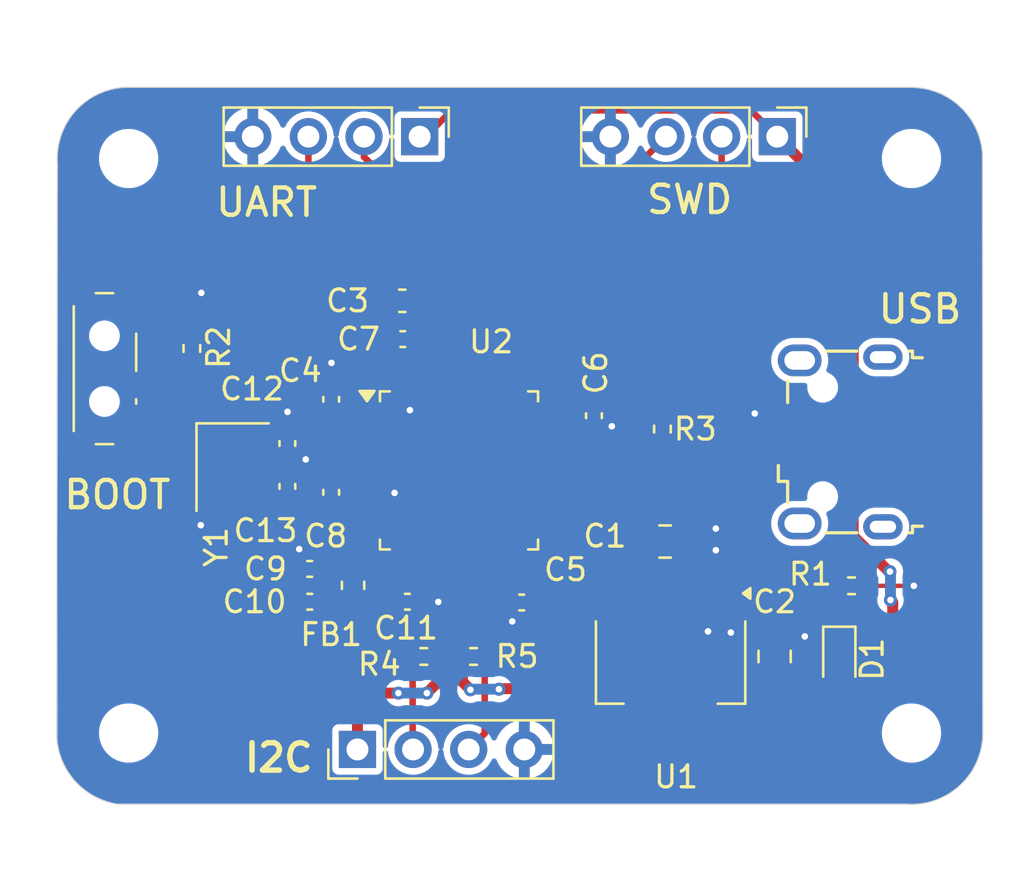
<source format=kicad_pcb>
(kicad_pcb (version 20240108) (generator "pcbnew") (generator_version "8.0")
  (layers (0 "F.Cu" signal) (31 "B.Cu" signal) (34 "B.Paste" user) (35 "F.Paste" user) (36 "B.SilkS" user "B.Silkscreen") (37 "F.SilkS" user "F.Silkscreen") (38 "B.Mask" user) (39 "F.Mask" user) (44 "Edge.Cuts" user))
  (net 0 "")
  (net 1 "VBUS")
  (net 2 "GND")
  (net 3 "+3.3VCC")
  (net 4 "+3.3VCCAnalog")
  (net 5 "/NRST")
  (net 6 "/OSCIN")
  (net 7 "/OSCOUT")
  (net 8 "/PWR_LED_K")
  (net 9 "/USB_D-")
  (net 15 "/USB_D+")
  (net 16 "/USART1_RX")
  (net 17 "/USART1_TX")
  (net 18 "/SWCLK")
  (net 19 "/SWDIO")
  (net 20 "/I2C2_SDA")
  (net 21 "/I2C2_SCL")
  (net 22 "/SW_BOOTO")
  (net 23 "/BOOTO")
  (net 27 "/PA2")
  (net 29 "/PA7")
  (net 31 "/PA0")
  (net 33 "/PA6")
  (net 34 "/PA4")
  (net 39 "/PA1")
  (net 40 "/PA5")
  (net 42 "/PA9")
  (net 46 "/PA8")
  (net 48 "/PA10")
  (net 49 "/PA15")
  (net 50 "/PA3")
  (footprint "MountingHole:MountingHole_2.2mm_M2" (layer "F.Cu") (at 139.25 105)
    (property "Reference" "H2")
    (property "Value" "MountingHole")
    (pad "" np_thru_hole circle (at 0 0) (size 2.2 2.2) (drill 2.2) (layers "*.Cu" "*.Mask"))
  )
  (footprint "Connector_PinHeader_2.54mm:PinHeader_1x04_P2.54mm_Vertical" (layer "F.Cu") (at 152.54 77.75 -90)
    (property "Reference" "J2")
    (property "Value" "Conn_01x04_Pin")
    (pad "1" thru_hole rect (at 0 0 270) (size 1.7 1.7) (drill 1) (layers "*.Cu" "*.Mask") (net 3 "+3.3VCC"))
    (pad "2" thru_hole oval (at 0 2.54 270) (size 1.7 1.7) (drill 1) (layers "*.Cu" "*.Mask") (net 17 "/USART1_TX"))
    (pad "3" thru_hole oval (at 0 5.08 270) (size 1.7 1.7) (drill 1) (layers "*.Cu" "*.Mask") (net 16 "/USART1_RX"))
    (pad "4" thru_hole oval (at 0 7.62 270) (size 1.7 1.7) (drill 1) (layers "*.Cu" "*.Mask") (net 2 "GND"))
  )
  (footprint "MountingHole:MountingHole_2.2mm_M2" (layer "F.Cu") (at 139.25 78.75)
    (property "Reference" "H4")
    (property "Value" "MountingHole")
    (pad "" np_thru_hole circle (at 0 0) (size 2.2 2.2) (drill 2.2) (layers "*.Cu" "*.Mask"))
  )
  (footprint "Resistor_SMD:R_0402_1005Metric" (layer "F.Cu") (at 163.6268 91.1098 -90)
    (property "Reference" "R3" (at 0 -1.5 180) (layer "F.SilkS"))
    (property "Value" "1k5")
    (pad "1" smd roundrect (at -0.51 0 270) (size 0.54 0.64) (layers "F.Cu" "F.Paste" "F.Mask") (net 3 "+3.3VCC"))
    (pad "2" smd roundrect (at 0.51 0 270) (size 0.54 0.64) (layers "F.Cu" "F.Paste" "F.Mask") (net 15 "/USB_D+"))
  )
  (footprint "LED_SMD:LED_0603_1608Metric" (layer "F.Cu") (at 171.704 101.6255 -90)
    (property "Reference" "D1" (at 0 -1.5 90) (layer "F.SilkS"))
    (property "Value" "RED LED")
    (pad "1" smd roundrect (at -0.7875 0 270) (size 0.875 0.95) (layers "F.Cu" "F.Paste" "F.Mask") (net 8 "/PWR_LED_K"))
    (pad "2" smd roundrect (at 0.7875 0 270) (size 0.875 0.95) (layers "F.Cu" "F.Paste" "F.Mask") (net 3 "+3.3VCC"))
  )
  (footprint "Button_Switch_SMD:SW_SPDT_PCM12" (layer "F.Cu") (at 138.475 88.35 -90)
    (property "Reference" "SW1")
    (property "Value" "SW_SPDT")
    (pad "" smd rect (at -3.65 -0.78 270) (size 1 0.8) (layers "F.Cu" "F.Paste" "F.Mask"))
    (pad "" smd rect (at -3.65 1.43 270) (size 1 0.8) (layers "F.Cu" "F.Paste" "F.Mask"))
    (pad "" np_thru_hole circle (at -1.5 0.33 270) (size 0.9 0.9) (drill 0.9) (layers "*.Cu" "*.Mask"))
    (pad "" np_thru_hole circle (at 1.5 0.33 270) (size 0.9 0.9) (drill 0.9) (layers "*.Cu" "*.Mask"))
    (pad "" smd rect (at 3.65 -0.78 270) (size 1 0.8) (layers "F.Cu" "F.Paste" "F.Mask"))
    (pad "" smd rect (at 3.65 1.43 270) (size 1 0.8) (layers "F.Cu" "F.Paste" "F.Mask"))
    (pad "1" smd rect (at -2.25 -1.43 270) (size 0.7 1.5) (layers "F.Cu" "F.Paste" "F.Mask") (net 2 "GND"))
    (pad "2" smd rect (at 0.75 -1.43 270) (size 0.7 1.5) (layers "F.Cu" "F.Paste" "F.Mask") (net 22 "/SW_BOOTO"))
    (pad "3" smd rect (at 2.25 -1.43 270) (size 0.7 1.5) (layers "F.Cu" "F.Paste" "F.Mask") (net 3 "+3.3VCC"))
  )
  (footprint "Crystal:Crystal_SMD_3225-4Pin_3.2x2.5mm" (layer "F.Cu") (at 144 92.85 -90)
    (property "Reference" "Y1" (at 3.65 0.75 90) (layer "F.SilkS"))
    (property "Value" "16MHz")
    (pad "1" smd rect (at -1.1 0.85 270) (size 1.4 1.2) (layers "F.Cu" "F.Paste" "F.Mask") (net 6 "/OSCIN"))
    (pad "2" smd rect (at 1.1 0.85 270) (size 1.4 1.2) (layers "F.Cu" "F.Paste" "F.Mask") (net 2 "GND"))
    (pad "3" smd rect (at 1.1 -0.85 270) (size 1.4 1.2) (layers "F.Cu" "F.Paste" "F.Mask") (net 7 "/OSCOUT"))
    (pad "4" smd rect (at -1.1 -0.85 270) (size 1.4 1.2) (layers "F.Cu" "F.Paste" "F.Mask") (net 2 "GND"))
  )
  (footprint "Connector_PinHeader_2.54mm:PinHeader_1x04_P2.54mm_Vertical" (layer "F.Cu") (at 168.87 77.75 -90)
    (property "Reference" "J3")
    (property "Value" "Conn_01x04_Pin")
    (pad "1" thru_hole rect (at 0 0 270) (size 1.7 1.7) (drill 1) (layers "*.Cu" "*.Mask") (net 3 "+3.3VCC"))
    (pad "2" thru_hole oval (at 0 2.54 270) (size 1.7 1.7) (drill 1) (layers "*.Cu" "*.Mask") (net 19 "/SWDIO"))
    (pad "3" thru_hole oval (at 0 5.08 270) (size 1.7 1.7) (drill 1) (layers "*.Cu" "*.Mask") (net 18 "/SWCLK"))
    (pad "4" thru_hole oval (at 0 7.62 270) (size 1.7 1.7) (drill 1) (layers "*.Cu" "*.Mask") (net 2 "GND"))
  )
  (footprint "Resistor_SMD:R_0402_1005Metric" (layer "F.Cu") (at 155 101.5 180)
    (property "Reference" "R5" (at -1.99 0 0) (layer "F.SilkS"))
    (property "Value" "1.5k")
    (pad "1" smd roundrect (at -0.51 0 180) (size 0.54 0.64) (layers "F.Cu" "F.Paste" "F.Mask") (net 20 "/I2C2_SDA"))
    (pad "2" smd roundrect (at 0.51 0 180) (size 0.54 0.64) (layers "F.Cu" "F.Paste" "F.Mask") (net 3 "+3.3VCC"))
  )
  (footprint "Connector_USB:USB_Micro-B_Wuerth_629105150521" (layer "F.Cu") (at 171.745 91.7 90)
    (property "Reference" "J1")
    (property "Value" "USB_B_Micro")
    (pad "" np_thru_hole oval (at -2.5 -0.8 90) (size 0.8 0.8) (drill 0.8) (layers "*.Cu" "*.Mask"))
    (pad "" np_thru_hole oval (at 2.5 -0.8 90) (size 0.8 0.8) (drill 0.8) (layers "*.Cu" "*.Mask"))
    (pad "1" smd rect (at -1.3 -1.9 90) (size 0.45 1.3) (layers "F.Cu" "F.Paste" "F.Mask") (net 1 "VBUS"))
    (pad "2" smd rect (at -0.65 -1.9 90) (size 0.45 1.3) (layers "F.Cu" "F.Paste" "F.Mask") (net 9 "/USB_D-"))
    (pad "3" smd rect (at 0 -1.9 90) (size 0.45 1.3) (layers "F.Cu" "F.Paste" "F.Mask") (net 15 "/USB_D+"))
    (pad "4" smd rect (at 0.65 -1.9 90) (size 0.45 1.3) (layers "F.Cu" "F.Paste" "F.Mask"))
    (pad "5" smd rect (at 1.3 -1.9 90) (size 0.45 1.3) (layers "F.Cu" "F.Paste" "F.Mask") (net 2 "GND"))
    (pad "6" thru_hole oval (at -3.875 1.95 90) (size 1.15 1.8) (drill oval 0.55 1.2) (layers "*.Cu" "*.Mask"))
    (pad "6" thru_hole oval (at -3.725 -1.85 90) (size 1.45 2) (drill oval 0.85 1.4) (layers "*.Cu" "*.Mask"))
    (pad "6" thru_hole oval (at 3.725 -1.85 90) (size 1.45 2) (drill oval 0.85 1.4) (layers "*.Cu" "*.Mask"))
    (pad "6" thru_hole oval (at 3.875 1.95 90) (size 1.15 1.8) (drill oval 0.55 1.2) (layers "*.Cu" "*.Mask"))
  )
  (footprint "Capacitor_SMD:C_0805_2012Metric" (layer "F.Cu") (at 163.75 96.25)
    (property "Reference" "C1" (at -2.75 -0.25 0) (layer "F.SilkS"))
    (property "Value" "22u")
    (pad "1" smd roundrect (at -0.95 0) (size 1 1.45) (layers "F.Cu" "F.Paste" "F.Mask") (net 1 "VBUS"))
    (pad "2" smd roundrect (at 0.95 0) (size 1 1.45) (layers "F.Cu" "F.Paste" "F.Mask") (net 2 "GND"))
  )
  (footprint "Capacitor_SMD:C_0402_1005Metric" (layer "F.Cu") (at 151.98 99)
    (property "Reference" "C11" (at -0.0626 1.203 0) (layer "F.SilkS"))
    (property "Value" "100n")
    (pad "1" smd roundrect (at -0.48 0) (size 0.56 0.62) (layers "F.Cu" "F.Paste" "F.Mask") (net 5 "/NRST"))
    (pad "2" smd roundrect (at 0.48 0) (size 0.56 0.62) (layers "F.Cu" "F.Paste" "F.Mask") (net 2 "GND"))
  )
  (footprint "Connector_PinHeader_2.54mm:PinHeader_1x04_P2.54mm_Vertical" (layer "F.Cu") (at 149.7 105.75 90)
    (property "Reference" "J4")
    (property "Value" "Conn_01x04_Pin")
    (pad "1" thru_hole rect (at 0 0 90) (size 1.7 1.7) (drill 1) (layers "*.Cu" "*.Mask") (net 3 "+3.3VCC"))
    (pad "2" thru_hole oval (at 0 2.54 90) (size 1.7 1.7) (drill 1) (layers "*.Cu" "*.Mask") (net 21 "/I2C2_SCL"))
    (pad "3" thru_hole oval (at 0 5.08 90) (size 1.7 1.7) (drill 1) (layers "*.Cu" "*.Mask") (net 20 "/I2C2_SDA"))
    (pad "4" thru_hole oval (at 0 7.62 90) (size 1.7 1.7) (drill 1) (layers "*.Cu" "*.Mask") (net 2 "GND"))
  )
  (footprint "Capacitor_SMD:C_0402_1005Metric" (layer "F.Cu") (at 157.2006 99.0346 180)
    (property "Reference" "C5" (at -2 1.5 0) (layer "F.SilkS"))
    (property "Value" "100n")
    (pad "1" smd roundrect (at -0.48 0 180) (size 0.56 0.62) (layers "F.Cu" "F.Paste" "F.Mask") (net 3 "+3.3VCC"))
    (pad "2" smd roundrect (at 0.48 0 180) (size 0.56 0.62) (layers "F.Cu" "F.Paste" "F.Mask") (net 2 "GND"))
  )
  (footprint "Resistor_SMD:R_0402_1005Metric" (layer "F.Cu") (at 172.2628 98.2726 180)
    (property "Reference" "R1" (at 1.8796 0.5334 0) (layer "F.SilkS"))
    (property "Value" "1.5k")
    (pad "1" smd roundrect (at -0.51 0 180) (size 0.54 0.64) (layers "F.Cu" "F.Paste" "F.Mask") (net 2 "GND"))
    (pad "2" smd roundrect (at 0.51 0 180) (size 0.54 0.64) (layers "F.Cu" "F.Paste" "F.Mask") (net 8 "/PWR_LED_K"))
  )
  (footprint "Package_TO_SOT_SMD:SOT-223-3_TabPin2" (layer "F.Cu") (at 164 101.75 -90)
    (property "Reference" "U1" (at 5.25 -0.25 180) (layer "F.SilkS"))
    (property "Value" "AMS1117-3.3")
    (pad "1" smd roundrect (at -3.15 -2.3 270) (size 2 1.5) (layers "F.Cu" "F.Paste" "F.Mask") (net 2 "GND"))
    (pad "2" smd roundrect (at -3.15 0 270) (size 2 1.5) (layers "F.Cu" "F.Paste" "F.Mask") (net 3 "+3.3VCC"))
    (pad "2" smd roundrect (at 3.15 0 270) (size 2 3.8) (layers "F.Cu" "F.Paste" "F.Mask") (net 3 "+3.3VCC"))
    (pad "3" smd roundrect (at -3.15 2.3 270) (size 2 1.5) (layers "F.Cu" "F.Paste" "F.Mask") (net 1 "VBUS"))
  )
  (footprint "Capacitor_SMD:C_0402_1005Metric" (layer "F.Cu") (at 146.5 91.77 90)
    (property "Reference" "C12" (at 2.489 -1.6184 180) (layer "F.SilkS"))
    (property "Value" "10p")
    (pad "1" smd roundrect (at -0.48 0 90) (size 0.56 0.62) (layers "F.Cu" "F.Paste" "F.Mask") (net 6 "/OSCIN"))
    (pad "2" smd roundrect (at 0.48 0 90) (size 0.56 0.62) (layers "F.Cu" "F.Paste" "F.Mask") (net 2 "GND"))
  )
  (footprint "MountingHole:MountingHole_2.2mm_M2" (layer "F.Cu") (at 175 78.75)
    (property "Reference" "H3")
    (property "Value" "MountingHole")
    (pad "" np_thru_hole circle (at 0 0) (size 2.2 2.2) (drill 2.2) (layers "*.Cu" "*.Mask"))
  )
  (footprint "Capacitor_SMD:C_0402_1005Metric" (layer "F.Cu") (at 147.52 97.5 180)
    (property "Reference" "C9" (at 2.02 0 0) (layer "F.SilkS"))
    (property "Value" "1u")
    (pad "1" smd roundrect (at -0.48 0 180) (size 0.56 0.62) (layers "F.Cu" "F.Paste" "F.Mask") (net 4 "+3.3VCCAnalog"))
    (pad "2" smd roundrect (at 0.48 0 180) (size 0.56 0.62) (layers "F.Cu" "F.Paste" "F.Mask") (net 2 "GND"))
  )
  (footprint "Capacitor_SMD:C_0402_1005Metric" (layer "F.Cu") (at 160.5 90.5 -90)
    (property "Reference" "C6" (at -1.9556 -0.0788 90) (layer "F.SilkS"))
    (property "Value" "100n")
    (pad "1" smd roundrect (at -0.48 0 270) (size 0.56 0.62) (layers "F.Cu" "F.Paste" "F.Mask") (net 3 "+3.3VCC"))
    (pad "2" smd roundrect (at 0.48 0 270) (size 0.56 0.62) (layers "F.Cu" "F.Paste" "F.Mask") (net 2 "GND"))
  )
  (footprint "Inductor_SMD:L_0603_1608Metric" (layer "F.Cu") (at 149.5 98.25 -90)
    (property "Reference" "FB1" (at 2.25 1 180) (layer "F.SilkS"))
    (property "Value" "120R")
    (pad "1" smd roundrect (at -0.7875 0 270) (size 0.875 0.95) (layers "F.Cu" "F.Paste" "F.Mask") (net 4 "+3.3VCCAnalog"))
    (pad "2" smd roundrect (at 0.7875 0 270) (size 0.875 0.95) (layers "F.Cu" "F.Paste" "F.Mask") (net 3 "+3.3VCC"))
  )
  (footprint "Resistor_SMD:R_0402_1005Metric" (layer "F.Cu") (at 142.1384 87.4288 90)
    (property "Reference" "R2" (at 0.0508 1.2192 90) (layer "F.SilkS"))
    (property "Value" "10k")
    (pad "1" smd roundrect (at -0.51 0 90) (size 0.54 0.64) (layers "F.Cu" "F.Paste" "F.Mask") (net 22 "/SW_BOOTO"))
    (pad "2" smd roundrect (at 0.51 0 90) (size 0.54 0.64) (layers "F.Cu" "F.Paste" "F.Mask") (net 23 "/BOOTO"))
  )
  (footprint "Capacitor_SMD:C_0603_1608Metric" (layer "F.Cu") (at 151.75 85.25)
    (property "Reference" "C3" (at -2.5 0 180) (layer "F.SilkS"))
    (property "Value" "10u")
    (pad "1" smd roundrect (at -0.775 0) (size 0.9 0.95) (layers "F.Cu" "F.Paste" "F.Mask") (net 3 "+3.3VCC"))
    (pad "2" smd roundrect (at 0.775 0) (size 0.9 0.95) (layers "F.Cu" "F.Paste" "F.Mask") (net 2 "GND"))
  )
  (footprint "Resistor_SMD:R_0402_1005Metric" (layer "F.Cu") (at 152.73 101.5)
    (property "Reference" "R4" (at -2.0318 0.354 0) (layer "F.SilkS"))
    (property "Value" "1.5k")
    (pad "1" smd roundrect (at -0.51 0) (size 0.54 0.64) (layers "F.Cu" "F.Paste" "F.Mask") (net 21 "/I2C2_SCL"))
    (pad "2" smd roundrect (at 0.51 0) (size 0.54 0.64) (layers "F.Cu" "F.Paste" "F.Mask") (net 3 "+3.3VCC"))
  )
  (footprint "Capacitor_SMD:C_0402_1005Metric" (layer "F.Cu") (at 146.5 93.73 90)
    (property "Reference" "C13" (at -2.02 -1 180) (layer "F.SilkS"))
    (property "Value" "10p")
    (pad "1" smd roundrect (at -0.48 0 90) (size 0.56 0.62) (layers "F.Cu" "F.Paste" "F.Mask") (net 7 "/OSCOUT"))
    (pad "2" smd roundrect (at 0.48 0 90) (size 0.56 0.62) (layers "F.Cu" "F.Paste" "F.Mask") (net 2 "GND"))
  )
  (footprint "MountingHole:MountingHole_2.2mm_M2" (layer "F.Cu") (at 175 105)
    (property "Reference" "H1")
    (property "Value" "MountingHole")
    (pad "" np_thru_hole circle (at 0 0) (size 2.2 2.2) (drill 2.2) (layers "*.Cu" "*.Mask"))
  )
  (footprint "Capacitor_SMD:C_0402_1005Metric" (layer "F.Cu") (at 151.77 87)
    (property "Reference" "C7" (at -2.02 0 0) (layer "F.SilkS"))
    (property "Value" "100n")
    (pad "1" smd roundrect (at -0.48 0) (size 0.56 0.62) (layers "F.Cu" "F.Paste" "F.Mask") (net 3 "+3.3VCC"))
    (pad "2" smd roundrect (at 0.48 0) (size 0.56 0.62) (layers "F.Cu" "F.Paste" "F.Mask") (net 2 "GND"))
  )
  (footprint "Capacitor_SMD:C_0402_1005Metric" (layer "F.Cu") (at 147.52 99 180)
    (property "Reference" "C10" (at 2.52 0 0) (layer "F.SilkS"))
    (property "Value" "1u")
    (pad "1" smd roundrect (at -0.48 0 180) (size 0.56 0.62) (layers "F.Cu" "F.Paste" "F.Mask") (net 3 "+3.3VCC"))
    (pad "2" smd roundrect (at 0.48 0 180) (size 0.56 0.62) (layers "F.Cu" "F.Paste" "F.Mask") (net 2 "GND"))
  )
  (footprint "Capacitor_SMD:C_0402_1005Metric" (layer "F.Cu") (at 148.5 94 90)
    (property "Reference" "C8" (at -2 -0.25 180) (layer "F.SilkS"))
    (property "Value" "10n")
    (pad "1" smd roundrect (at -0.48 0 90) (size 0.56 0.62) (layers "F.Cu" "F.Paste" "F.Mask") (net 4 "+3.3VCCAnalog"))
    (pad "2" smd roundrect (at 0.48 0 90) (size 0.56 0.62) (layers "F.Cu" "F.Paste" "F.Mask") (net 2 "GND"))
  )
  (footprint "Capacitor_SMD:C_0805_2012Metric" (layer "F.Cu") (at 168.75 101.5 90)
    (property "Reference" "C2" (at 2.5 0 180) (layer "F.SilkS"))
    (property "Value" "22u")
    (pad "1" smd roundrect (at -0.95 0 90) (size 1 1.45) (layers "F.Cu" "F.Paste" "F.Mask") (net 3 "+3.3VCC"))
    (pad "2" smd roundrect (at 0.95 0 90) (size 1 1.45) (layers "F.Cu" "F.Paste" "F.Mask") (net 2 "GND"))
  )
  (footprint "Capacitor_SMD:C_0402_1005Metric" (layer "F.Cu") (at 148.5 89.75 90)
    (property "Reference" "C4" (at 1.3072 -1.4086 180) (layer "F.SilkS"))
    (property "Value" "100n")
    (pad "1" smd roundrect (at -0.48 0 90) (size 0.56 0.62) (layers "F.Cu" "F.Paste" "F.Mask") (net 3 "+3.3VCC"))
    (pad "2" smd roundrect (at 0.48 0 90) (size 0.56 0.62) (layers "F.Cu" "F.Paste" "F.Mask") (net 2 "GND"))
  )
  (footprint "Package_QFP:LQFP-48_7x7mm_P0.5mm" (layer "F.Cu") (at 154.3375 93)
    (property "Reference" "U2" (at 1.4661 -5.878 0) (layer "F.SilkS"))
    (property "Value" "STM32F103C8Tx")
    (pad "1" smd roundrect (at -4.1625 -2.75) (size 1.475 0.3) (layers "F.Cu" "F.Paste" "F.Mask") (net 3 "+3.3VCC"))
    (pad "2" smd roundrect (at -4.1625 -2.25) (size 1.475 0.3) (layers "F.Cu" "F.Paste" "F.Mask"))
    (pad "3" smd roundrect (at -4.1625 -1.75) (size 1.475 0.3) (layers "F.Cu" "F.Paste" "F.Mask"))
    (pad "4" smd roundrect (at -4.1625 -1.25) (size 1.475 0.3) (layers "F.Cu" "F.Paste" "F.Mask"))
    (pad "5" smd roundrect (at -4.1625 -0.75) (size 1.475 0.3) (layers "F.Cu" "F.Paste" "F.Mask") (net 6 "/OSCIN"))
    (pad "6" smd roundrect (at -4.1625 -0.25) (size 1.475 0.3) (layers "F.Cu" "F.Paste" "F.Mask") (net 7 "/OSCOUT"))
    (pad "7" smd roundrect (at -4.1625 0.25) (size 1.475 0.3) (layers "F.Cu" "F.Paste" "F.Mask") (net 5 "/NRST"))
    (pad "8" smd roundrect (at -4.1625 0.75) (size 1.475 0.3) (layers "F.Cu" "F.Paste" "F.Mask") (net 2 "GND"))
    (pad "9" smd roundrect (at -4.1625 1.25) (size 1.475 0.3) (layers "F.Cu" "F.Paste" "F.Mask") (net 4 "+3.3VCCAnalog"))
    (pad "10" smd roundrect (at -4.1625 1.75) (size 1.475 0.3) (layers "F.Cu" "F.Paste" "F.Mask") (net 31 "/PA0"))
    (pad "11" smd roundrect (at -4.1625 2.25) (size 1.475 0.3) (layers "F.Cu" "F.Paste" "F.Mask") (net 39 "/PA1"))
    (pad "12" smd roundrect (at -4.1625 2.75) (size 1.475 0.3) (layers "F.Cu" "F.Paste" "F.Mask") (net 27 "/PA2"))
    (pad "13" smd roundrect (at -2.75 4.1625) (size 0.3 1.475) (layers "F.Cu" "F.Paste" "F.Mask") (net 50 "/PA3"))
    (pad "14" smd roundrect (at -2.25 4.1625) (size 0.3 1.475) (layers "F.Cu" "F.Paste" "F.Mask") (net 34 "/PA4"))
    (pad "15" smd roundrect (at -1.75 4.1625) (size 0.3 1.475) (layers "F.Cu" "F.Paste" "F.Mask") (net 40 "/PA5"))
    (pad "16" smd roundrect (at -1.25 4.1625) (size 0.3 1.475) (layers "F.Cu" "F.Paste" "F.Mask") (net 33 "/PA6"))
    (pad "17" smd roundrect (at -0.75 4.1625) (size 0.3 1.475) (layers "F.Cu" "F.Paste" "F.Mask") (net 29 "/PA7"))
    (pad "18" smd roundrect (at -0.25 4.1625) (size 0.3 1.475) (layers "F.Cu" "F.Paste" "F.Mask"))
    (pad "19" smd roundrect (at 0.25 4.1625) (size 0.3 1.475) (layers "F.Cu" "F.Paste" "F.Mask"))
    (pad "20" smd roundrect (at 0.75 4.1625) (size 0.3 1.475) (layers "F.Cu" "F.Paste" "F.Mask"))
    (pad "21" smd roundrect (at 1.25 4.1625) (size 0.3 1.475) (layers "F.Cu" "F.Paste" "F.Mask") (net 21 "/I2C2_SCL"))
    (pad "22" smd roundrect (at 1.75 4.1625) (size 0.3 1.475) (layers "F.Cu" "F.Paste" "F.Mask") (net 20 "/I2C2_SDA"))
    (pad "23" smd roundrect (at 2.25 4.1625) (size 0.3 1.475) (layers "F.Cu" "F.Paste" "F.Mask") (net 2 "GND"))
    (pad "24" smd roundrect (at 2.75 4.1625) (size 0.3 1.475) (layers "F.Cu" "F.Paste" "F.Mask") (net 3 "+3.3VCC"))
    (pad "25" smd roundrect (at 4.1625 2.75) (size 1.475 0.3) (layers "F.Cu" "F.Paste" "F.Mask"))
    (pad "26" smd roundrect (at 4.1625 2.25) (size 1.475 0.3) (layers "F.Cu" "F.Paste" "F.Mask"))
    (pad "27" smd roundrect (at 4.1625 1.75) (size 1.475 0.3) (layers "F.Cu" "F.Paste" "F.Mask"))
    (pad "28" smd roundrect (at 4.1625 1.25) (size 1.475 0.3) (layers "F.Cu" "F.Paste" "F.Mask"))
    (pad "29" smd roundrect (at 4.1625 0.75) (size 1.475 0.3) (layers "F.Cu" "F.Paste" "F.Mask") (net 46 "/PA8"))
    (pad "30" smd roundrect (at 4.1625 0.25) (size 1.475 0.3) (layers "F.Cu" "F.Paste" "F.Mask") (net 42 "/PA9"))
    (pad "31" smd roundrect (at 4.1625 -0.25) (size 1.475 0.3) (layers "F.Cu" "F.Paste" "F.Mask") (net 48 "/PA10"))
    (pad "32" smd roundrect (at 4.1625 -0.75) (size 1.475 0.3) (layers "F.Cu" "F.Paste" "F.Mask") (net 9 "/USB_D-"))
    (pad "33" smd roundrect (at 4.1625 -1.25) (size 1.475 0.3) (layers "F.Cu" "F.Paste" "F.Mask") (net 15 "/USB_D+"))
    (pad "34" smd roundrect (at 4.1625 -1.75) (size 1.475 0.3) (layers "F.Cu" "F.Paste" "F.Mask") (net 19 "/SWDIO"))
    (pad "35" smd roundrect (at 4.1625 -2.25) (size 1.475 0.3) (layers "F.Cu" "F.Paste" "F.Mask") (net 2 "GND"))
    (pad "36" smd roundrect (at 4.1625 -2.75) (size 1.475 0.3) (layers "F.Cu" "F.Paste" "F.Mask") (net 3 "+3.3VCC"))
    (pad "37" smd roundrect (at 2.75 -4.1625) (size 0.3 1.475) (layers "F.Cu" "F.Paste" "F.Mask") (net 18 "/SWCLK"))
    (pad "38" smd roundrect (at 2.25 -4.1625) (size 0.3 1.475) (layers "F.Cu" "F.Paste" "F.Mask") (net 49 "/PA15"))
    (pad "39" smd roundrect (at 1.75 -4.1625) (size 0.3 1.475) (layers "F.Cu" "F.Paste" "F.Mask"))
    (pad "40" smd roundrect (at 1.25 -4.1625) (size 0.3 1.475) (layers "F.Cu" "F.Paste" "F.Mask"))
    (pad "41" smd roundrect (at 0.75 -4.1625) (size 0.3 1.475) (layers "F.Cu" "F.Paste" "F.Mask"))
    (pad "42" smd roundrect (at 0.25 -4.1625) (size 0.3 1.475) (layers "F.Cu" "F.Paste" "F.Mask") (net 17 "/USART1_TX"))
    (pad "43" smd roundrect (at -0.25 -4.1625) (size 0.3 1.475) (layers "F.Cu" "F.Paste" "F.Mask") (net 16 "/USART1_RX"))
    (pad "44" smd roundrect (at -0.75 -4.1625) (size 0.3 1.475) (layers "F.Cu" "F.Paste" "F.Mask") (net 23 "/BOOTO"))
    (pad "45" smd roundrect (at -1.25 -4.1625) (size 0.3 1.475) (layers "F.Cu" "F.Paste" "F.Mask"))
    (pad "46" smd roundrect (at -1.75 -4.1625) (size 0.3 1.475) (layers "F.Cu" "F.Paste" "F.Mask"))
    (pad "47" smd roundrect (at -2.25 -4.1625) (size 0.3 1.475) (layers "F.Cu" "F.Paste" "F.Mask") (net 2 "GND"))
    (pad "48" smd roundrect (at -2.75 -4.1625) (size 0.3 1.475) (layers "F.Cu" "F.Paste" "F.Mask") (net 3 "+3.3VCC"))
  )
  (gr_arc (start 175 75.5) (mid 177.208211 76.365403) (end 178.240427 78.500736) (stroke (width 0.05)) (layer "Edge.Cuts"))
  (gr_line (start 175 75.5) (end 139 75.5) (stroke (width 0.05)) (layer "Edge.Cuts"))
  (gr_line (start 135.998683 78.982237) (end 135.961764 105) (stroke (width 0.05)) (layer "Edge.Cuts"))
  (gr_arc (start 135.998683 78.982237) (mid 136.780932 76.621926) (end 139 75.5) (stroke (width 0.05)) (layer "Edge.Cuts"))
  (gr_arc (start 138.75 108.249999) (mid 136.754343 107.141072) (end 135.961764 105) (stroke (width 0.05)) (layer "Edge.Cuts"))
  (gr_line (start 178.240427 78.500736) (end 178.259601 105) (stroke (width 0.05)) (layer "Edge.Cuts"))
  (gr_line (start 174.75 108.25) (end 138.75 108.25) (stroke (width 0.05)) (layer "Edge.Cuts"))
  (gr_arc (start 178.259601 105) (mid 177.214735 107.391642) (end 174.75 108.25) (stroke (width 0.05)) (layer "Edge.Cuts"))
  (gr_text "SWD" (at 164.8714 81.3562 0) (layer "F.SilkS") (effects (font (size 1.25 1.25) (thickness 0.2)) (justify bottom)))
  (gr_text "UART" (at 143.129 81.4832 0) (layer "F.SilkS") (effects (font (size 1.25 1.25) (thickness 0.2) (bold yes)) (justify left bottom)))
  (gr_text "I2C" (at 144.4244 106.8578 0) (layer "F.SilkS") (effects (font (size 1.25 1.25) (thickness 0.25) (bold yes)) (justify left bottom)))
  (gr_text "USB" (at 173.3804 86.36 0) (layer "F.SilkS") (effects (font (size 1.25 1.25) (thickness 0.2)) (justify left bottom)))
  (gr_text "BOOT" (at 136.1948 94.8436 0) (layer "F.SilkS") (effects (font (size 1.25 1.25) (thickness 0.2)) (justify left bottom)))
  (segment (start 146.587606 93.25) (end 147.338103 92.499503) (width 0.2) (layer "F.Cu") (net 2))
  (segment (start 143.15 93.85) (end 143.15 93.95) (width 0.3) (layer "F.Cu") (net 2))
  (segment (start 152.525 85.975) (end 152.25 86.25) (width 0.5) (layer "F.Cu") (net 2))
  (segment (start 167.8446 90.4) (end 167.8432 90.3986) (width 0.3) (layer "F.Cu") (net 2))
  (segment (start 152.25 87.83438) (end 152.25 87) (width 0.3) (layer "F.Cu") (net 2))
  (segment (start 159.57062 90.98) (end 160.5 90.98) (width 0.3) (layer "F.Cu") (net 2))
  (segment (start 150.175 93.75) (end 151.115629 93.75) (width 0.3) (layer "F.Cu") (net 2))
  (segment (start 161.3126 90.98) (end 161.3154 90.9828) (width 0.3) (layer "F.Cu") (net 2))
  (segment (start 149.33438 93.75) (end 149.10438 93.52) (width 0.3) (layer "F.Cu") (net 2))
  (segment (start 145.31 91.29) (end 144.85 91.75) (width 0.3) (layer "F.Cu") (net 2))
  (segment (start 146.5 91.29) (end 146.5 90.3296) (width 0.3) (layer "F.Cu") (net 2))
  (segment (start 150.175 93.75) (end 149.33438 93.75) (width 0.3) (layer "F.Cu") (net 2))
  (segment (start 152.0875 88.8375) (end 152.0875 90.2385) (width 0.3) (layer "F.Cu") (net 2))
  (segment (start 169.845 90.4) (end 167.8446 90.4) (width 0.3) (layer "F.Cu") (net 2))
  (segment (start 148.5 88.101) (end 148.5138 88.0872) (width 0.2) (layer "F.Cu") (net 2))
  (segment (start 141.357 86.1) (end 142.5702 84.8868) (width 0.3) (layer "F.Cu") (net 2))
  (segment (start 160.5 90.98) (end 161.3126 90.98) (width 0.3) (layer "F.Cu") (net 2))
  (segment (start 147.04 97.5) (end 147.04 96.5968) (width 0.3) (layer "F.Cu") (net 2))
  (segment (start 153.3814 99) (end 153.3906 99.0092) (width 0.2) (layer "F.Cu") (net 2))
  (segment (start 143.15 93.95) (end 143.15 94.8988) (width 0.3) (layer "F.Cu") (net 2))
  (segment (start 152.25 86.25) (end 152.25 87) (width 0.5) (layer "F.Cu") (net 2))
  (segment (start 158.5 90.75) (end 159.34062 90.75) (width 0.3) (layer "F.Cu") (net 2))
  (segment (start 148.5 89.27) (end 148.5 88.101) (width 0.2) (layer "F.Cu") (net 2))
  (segment (start 172.7728 98.2726) (end 175.1076 98.2726) (width 0.2) (layer "F.Cu") (net 2))
  (segment (start 146.5 93.25) (end 146.587606 93.25) (width 0.3) (layer "F.Cu") (net 2))
  (segment (start 149.10438 93.52) (end 148.5 93.52) (width 0.3) (layer "F.Cu") (net 2))
  (segment (start 147.04 96.5968) (end 147.0406 96.5962) (width 0.3) (layer "F.Cu") (net 2))
  (segment (start 151.115629 93.75) (end 151.3944 94.028771) (width 0.3) (layer "F.Cu") (net 2))
  (segment (start 146.5 90.3296) (end 146.5072 90.3224) (width 0.3) (layer "F.Cu") (net 2))
  (segment (start 156.7206 99.85) (end 156.7688 99.8982) (width 0.3) (layer "F.Cu") (net 2))
  (segment (start 156.5875 97.1625) (end 156.5875 98.9015) (width 0.3) (layer "F.Cu") (net 2))
  (segment (start 152.0875 90.2385) (end 152.0952 90.2462) (width 0.3) (layer "F.Cu") (net 2))
  (segment (start 152.0875 88.8375) (end 152.0875 87.99688) (width 0.3) (layer "F.Cu") (net 2))
  (segment (start 156.5875 98.9015) (end 156.7206 99.0346) (width 0.3) (layer "F.Cu") (net 2))
  (segment (start 152.525 85.25) (end 152.525 85.975) (width 0.5) (layer "F.Cu") (net 2))
  (segment (start 152.46 99) (end 153.3814 99) (width 0.2) (layer "F.Cu") (net 2))
  (segment (start 147.04 99) (end 147.04 97.5) (width 0.3) (layer "F.Cu") (net 2))
  (segment (start 143.15 94.8988) (end 142.5448 95.504) (width 0.3) (layer "F.Cu") (net 2))
  (segment (start 139.905 86.1) (end 141.357 86.1) (width 0.3) (layer "F.Cu") (net 2))
  (segment (start 159.34062 90.75) (end 159.57062 90.98) (width 0.3) (layer "F.Cu") (net 2))
  (segment (start 156.7206 99.0346) (end 156.7206 99.85) (width 0.3) (layer "F.Cu") (net 2))
  (segment (start 146.5 91.29) (end 145.31 91.29) (width 0.3) (layer "F.Cu") (net 2))
  (segment (start 152.0875 87.99688) (end 152.25 87.83438) (width 0.3) (layer "F.Cu") (net 2))
  (via (at 165.7096 100.3554) (size 0.6) (drill 0.3) (layers "F.Cu" "B.Cu") (net 2))
  (via (at 142.5448 95.504) (size 0.6) (drill 0.3) (layers "F.Cu" "B.Cu") (net 2))
  (via (at 156.7688 99.8982) (size 0.6) (drill 0.3) (layers "F.Cu" "B.Cu") (net 2))
  (via (at 167.8432 90.3986) (size 0.6) (drill 0.3) (layers "F.Cu" "B.Cu") (net 2))
  (via (at 166.751 100.4062) (size 0.6) (drill 0.3) (layers "F.Cu" "B.Cu") (net 2))
  (via (at 151.3944 94.028771) (size 0.6) (drill 0.3) (layers "F.Cu" "B.Cu") (net 2))
  (via (at 153.3906 99.0092) (size 0.6) (drill 0.3) (layers "F.Cu" "B.Cu") (net 2))
  (via (at 166.0652 95.6564) (size 0.6) (drill 0.3) (layers "F.Cu" "B.Cu") (net 2))
  (via (at 142.5702 84.8868) (size 0.6) (drill 0.3) (layers "F.Cu" "B.Cu") (net 2))
  (via (at 148.5138 88.0872) (size 0.6) (drill 0.3) (layers "F.Cu" "B.Cu") (net 2))
  (via (at 175.1076 98.2726) (size 0.6) (drill 0.3) (layers "F.Cu" "B.Cu") (net 2))
  (via (at 146.5072 90.3224) (size 0.6) (drill 0.3) (layers "F.Cu" "B.Cu") (net 2))
  (via (at 147.338103 92.499503) (size 0.6) (drill 0.3) (layers "F.Cu" "B.Cu") (net 2))
  (via (at 161.3154 90.9828) (size 0.6) (drill 0.3) (layers "F.Cu" "B.Cu") (net 2))
  (via (at 147.0406 96.5962) (size 0.6) (drill 0.3) (layers "F.Cu" "B.Cu") (net 2))
  (via (at 166.0652 96.647) (size 0.6) (drill 0.3) (layers "F.Cu" "B.Cu") (net 2))
  (via (at 170.1292 100.584) (size 0.6) (drill 0.3) (layers "F.Cu" "B.Cu") (net 2))
  (via (at 152.0952 90.2462) (size 0.6) (drill 0.3) (layers "F.Cu" "B.Cu") (net 2))
  (segment (start 149.479 103.1748) (end 144.4244 103.1748) (width 0.5) (layer "F.Cu") (net 3))
  (segment (start 151.29 86.29) (end 151.29 87) (width 0.5) (layer "F.Cu") (net 3))
  (segment (start 150.975 85.25) (end 150.975 85.975) (width 0.5) (layer "F.Cu") (net 3))
  (segment (start 149.6822 85.25) (end 150.975 85.25) (width 0.5) (layer "F.Cu") (net 3))
  (segment (start 151.57 103.1748) (end 149.7838 103.1748) (width 0.5) (layer "F.Cu") (net 3))
  (segment (start 172.339 83.947) (end 172.339 81.219) (width 0.5) (layer "F.Cu") (net 3))
  (segment (start 151.5875 88.8375) (end 151.5875 88.0875) (width 0.3) (layer "F.Cu") (net 3))
  (segment (start 168.75 102.45) (end 168.8202 102.45) (width 0.3) (layer "F.Cu") (net 3))
  (segment (start 172.339 95.993569) (end 172.339 83.947) (width 0.5) (layer "F.Cu") (net 3))
  (segment (start 148 99) (end 149.4625 99) (width 0.3) (layer "F.Cu") (net 3))
  (segment (start 171.704 102.413) (end 170.5356 102.413) (width 0.5) (layer "F.Cu") (net 3))
  (segment (start 149.6822 87.884) (end 150.175 88.3768) (width 0.5) (layer "F.Cu") (net 3))
  (segment (start 170.5356 106.4768) (end 169.9006 107.1118) (width 0.5) (layer "F.Cu") (net 3))
  (segment (start 159.5 90.25) (end 159.73 90.02) (width 0.3) (layer "F.Cu") (net 3))
  (segment (start 154.0058 76.55) (end 167.67 76.55) (width 0.3) (layer "F.Cu") (net 3))
  (segment (start 168.8202 102.45) (end 168.8338 102.4636) (width 0.3) (layer "F.Cu") (net 3))
  (segment (start 141.5542 89.789) (end 142.367 88.9762) (width 0.5) (layer "F.Cu") (net 3))
  (segment (start 173.968031 97.6226) (end 172.339 95.993569) (width 0.5) (layer "F.Cu") (net 3))
  (segment (start 141.5542 90.678) (end 141.5542 89.789) (width 0.5) (layer "F.Cu") (net 3))
  (segment (start 144.4244 103.1748) (end 141.5542 100.3046) (width 0.5) (layer "F.Cu") (net 3))
  (segment (start 141.4762 90.6) (end 141.5542 90.678) (width 0.5) (layer "F.Cu") (net 3))
  (segment (start 160.401 107.1118) (end 159.6136 106.3244) (width 0.5) (layer "F.Cu") (net 3))
  (segment (start 159.73 90.02) (end 160.5 90.02) (width 0.3) (layer "F.Cu") (net 3))
  (segment (start 170.5356 104.3686) (end 170.5356 106.4768) (width 0.5) (layer "F.Cu") (net 3))
  (segment (start 150.175 90.25) (end 148.52 90.25) (width 0.3) (layer "F.Cu") (net 3))
  (segment (start 171.2214 104.3686) (end 174.1424 101.4476) (width 0.5) (layer "F.Cu") (net 3))
  (segment (start 150.975 85.975) (end 151.29 86.29) (width 0.5) (layer "F.Cu") (net 3))
  (segment (start 170.5356 104.3686) (end 171.2214 104.3686) (width 0.5) (layer "F.Cu") (net 3))
  (segment (start 148.52 90.25) (end 148.5 90.23) (width 0.3) (layer "F.Cu") (net 3))
  (segment (start 151.29 87.79) (end 151.29 87) (width 0.3) (layer "F.Cu") (net 3))
  (segment (start 153.7462 101.5) (end 153.7462 102.2986) (width 0.5) (layer "F.Cu") (net 3))
  (segment (start 158.5 90.25) (end 159.5 90.25) (width 0.3) (layer "F.Cu") (net 3))
  (segment (start 157.6806 98.6002) (end 157.6806 99.0346) (width 0.3) (layer "F.Cu") (net 3))
  (segment (start 149.7838 103.1748) (end 149.479 103.1748) (width 0.5) (layer "F.Cu") (net 3))
  (segment (start 151.5875 88.0875) (end 151.29 87.79) (width 0.3) (layer "F.Cu") (net 3))
  (segment (start 163.6268 90.5998) (end 163.047 90.02) (width 0.3) (layer "F.Cu") (net 3))
  (segment (start 153.7462 102.2986) (end 152.87 103.1748) (width 0.5) (layer "F.Cu") (net 3))
  (segment (start 157.0875 98.0071) (end 157.6806 98.6002) (width 0.3) (layer "F.Cu") (net 3))
  (segment (start 149.6822 85.25) (end 149.6822 87.884) (width 0.5) (layer "F.Cu") (net 3))
  (segment (start 174.1424 101.4476) (end 174.1424 99.0242) (width 0.5) (layer "F.Cu") (net 3))
  (segment (start 172.339 81.219) (end 168.87 77.75) (width 0.5) (layer "F.Cu") (net 3))
  (segment (start 159.6136 102.9716) (end 156.1854 102.9716) (width 0.5) (layer "F.Cu") (net 3))
  (segment (start 168.787 102.413) (end 168.75 102.45) (width 0.5) (layer "F.Cu") (net 3))
  (segment (start 139.905 90.6) (end 141.4762 90.6) (width 0.5) (layer "F.Cu") (net 3))
  (segment (start 157.6806 99.0574) (end 157.6806 99.0346) (width 0.5) (layer "F.Cu") (net 3))
  (segment (start 143.9418 88.9762) (end 147.668 85.25) (width 0.5) (layer "F.Cu") (net 3))
  (segment (start 170.2796 83.947) (end 163.6268 90.5998) (width 0.5) (layer "F.Cu") (net 3))
  (segment (start 170.5356 102.413) (end 168.787 102.413) (width 0.5) (layer "F.Cu") (net 3))
  (segment (start 168.8338 102.4636) (end 168.8844 102.413) (width 0.3) (layer "F.Cu") (net 3))
  (segment (start 154.49 102.6524) (end 154.49 101.5) (width 0.5) (layer "F.Cu") (net 3))
  (segment (start 142.367 88.9762) (end 143.9418 88.9762) (width 0.5) (layer "F.Cu") (net 3))
  (segment (start 141.5542 100.3046) (end 141.5542 90.678) (width 0.5) (layer "F.Cu") (net 3))
  (segment (start 157.0875 97.1625) (end 157.0875 98.0071) (width 0.3) (layer "F.Cu") (net 3))
  (segment (start 174.0154 97.6226) (end 173.968031 97.6226) (width 0.5) (layer "F.Cu") (net 3))
  (segment (start 174.1424 99.0242) (end 174.0408 98.9226) (width 0.5) (layer "F.Cu") (net 3))
  (segment (start 149.7 103.2586) (end 149.7838 103.1748) (width 0.5) (layer "F.Cu") (net 3))
  (segment (start 153.24 101.5) (end 153.7462 101.5) (width 0.5) (layer "F.Cu") (net 3))
  (segment (start 163.047 90.02) (end 160.5 90.02) (width 0.3) (layer "F.Cu") (net 3))
  (segment (start 152.54 77.75) (end 152.7296 77.75) (width 0.3) (layer "F.Cu") (net 3))
  (segment (start 167.67 76.55) (end 168.87 77.75) (width 0.3) (layer "F.Cu") (net 3))
  (segment (start 153.7462 101.5) (end 154.49 101.5) (width 0.5) (layer "F.Cu") (net 3))
  (segment (start 152.7296 77.75) (end 152.7302 77.7494) (width 0.3) (layer "F.Cu") (net 3))
  (segment (start 147.668 85.25) (end 149.6822 85.25) (width 0.5) (layer "F.Cu") (net 3))
  (segment (start 156.1854 102.9716) (end 156.16 102.997) (width 0.5) (layer "F.Cu") (net 3))
  (segment (start 149.4625 99) (end 149.5 99.0375) (width 0.3) (layer "F.Cu") (net 3))
  (segment (start 159.6136 102.9716) (end 159.6136 100.9904) (width 0.5) (layer "F.Cu") (net 3))
  (segment (start 169.9006 107.1118) (end 160.401 107.1118) (width 0.5) (layer "F.Cu") (net 3))
  (segment (start 149.5 103.1538) (end 149.479 103.1748) (width 0.3) (layer "F.Cu") (net 3))
  (segment (start 150.175 88.3768) (end 150.175 90.15) (width 0.5) (layer "F.Cu") (net 3))
  (segment (start 149.5 99.0375) (end 149.5 103.1538) (width 0.3) (layer "F.Cu") (net 3))
  (segment (start 172.339 83.947) (end 170.2796 83.947) (width 0.5) (layer "F.Cu") (net 3))
  (segment (start 159.6136 100.9904) (end 157.6806 99.0574) (width 0.5) (layer "F.Cu") (net 3))
  (segment (start 152.8058 77.75) (end 154.0058 76.55) (width 0.3) (layer "F.Cu") (net 3))
  (segment (start 154.86 103.0224) (end 154.49 102.6524) (width 0.5) (layer "F.Cu") (net 3))
  (segment (start 159.6136 106.3244) (end 159.6136 102.9716) (width 0.5) (layer "F.Cu") (net 3))
  (segment (start 170.5356 102.413) (end 170.5356 104.3686) (width 0.5) (layer "F.Cu") (net 3))
  (segment (start 149.7 105.75) (end 149.7 103.2586) (width 0.5) (layer "F.Cu") (net 3))
  (segment (start 152.54 77.75) (end 152.8058 77.75) (width 0.3) (layer "F.Cu") (net 3))
  (via (at 174.0154 97.6226) (size 0.6) (drill 0.3) (layers "F.Cu" "B.Cu") (net 3))
  (via (at 152.87 103.1748) (size 0.6) (drill 0.3) (layers "F.Cu" "B.Cu") (net 3))
  (via (at 154.86 103.0224) (size 0.6) (drill 0.3) (layers "F.Cu" "B.Cu") (net 3))
  (via (at 156.16 102.997) (size 0.6) (drill 0.3) (layers "F.Cu" "B.Cu") (net 3))
  (via (at 174.0408 98.9226) (size 0.6) (drill 0.3) (layers "F.Cu" "B.Cu") (net 3))
  (via (at 151.57 103.1748) (size 0.6) (drill 0.3) (layers "F.Cu" "B.Cu") (net 3))
  (segment (start 154.8854 102.997) (end 154.86 103.0224) (width 0.5) (layer "B.Cu") (net 3))
  (segment (start 174.0408 98.9226) (end 174.0408 97.648) (width 0.5) (layer "B.Cu") (net 3))
  (segment (start 156.16 102.997) (end 154.8854 102.997) (width 0.5) (layer "B.Cu") (net 3))
  (segment (start 152.87 103.1748) (end 151.57 103.1748) (width 0.5) (layer "B.Cu") (net 3))
  (segment (start 174.0408 97.648) (end 174.0154 97.6226) (width 0.5) (layer "B.Cu") (net 3))
  (segment (start 150.175 94.25) (end 149.25 94.25) (width 0.3) (layer "F.Cu") (net 4))
  (segment (start 149.25 94.25) (end 149 94.5) (width 0.3) (layer "F.Cu") (net 4))
  (segment (start 148 97.5) (end 149.4625 97.5) (width 0.3) (layer "F.Cu") (net 4))
  (segment (start 148.5 96.4625) (end 148.5 94.48) (width 0.3) (layer "F.Cu") (net 4))
  (segment (start 149 94.5) (end 148.98 94.48) (width 0.3) (layer "F.Cu") (net 4))
  (segment (start 148.98 94.48) (end 148.5 94.48) (width 0.3) (layer "F.Cu") (net 4))
  (segment (start 149.5 97.4625) (end 148.5 96.4625) (width 0.3) (layer "F.Cu") (net 4))
  (segment (start 149.4625 97.5) (end 149.5 97.4625) (width 0.3) (layer "F.Cu") (net 4))
  (segment (start 151.577297 93.25) (end 152.0444 93.717103) (width 0.3) (layer "F.Cu") (net 5))
  (segment (start 151.0875 96.32188) (end 151.0875 98.5875) (width 0.3) (layer "F.Cu") (net 5))
  (segment (start 150.175 93.25) (end 151.577297 93.25) (width 0.3) (layer "F.Cu") (net 5))
  (segment (start 152.0444 95.36498) (end 151.0875 96.32188) (width 0.3) (layer "F.Cu") (net 5))
  (segment (start 151.0875 98.5875) (end 151.5 99) (width 0.3) (layer "F.Cu") (net 5))
  (segment (start 152.0444 93.717103) (end 152.0444 95.36498) (width 0.3) (layer "F.Cu") (net 5))
  (segment (start 146.5 92.25) (end 146.190001 92.25) (width 0.3) (layer "F.Cu") (net 6))
  (segment (start 146.546846 92.25) (end 146.5 92.25) (width 0.3) (layer "F.Cu") (net 6))
  (segment (start 150.175 92.25) (end 148.152627 92.25) (width 0.3) (layer "F.Cu") (net 6))
  (segment (start 144 92.8) (end 143.15 91.95) (width 0.3) (layer "F.Cu") (net 6))
  (segment (start 146.190001 92.25) (end 145.640001 92.8) (width 0.3) (layer "F.Cu") (net 6))
  (segment (start 143.15 91.95) (end 143.15 91.75) (width 0.3) (layer "F.Cu") (net 6))
  (segment (start 147.019737 91.777109) (end 146.546846 92.25) (width 0.3) (layer "F.Cu") (net 6))
  (segment (start 147.679736 91.777109) (end 147.019737 91.777109) (width 0.3) (layer "F.Cu") (net 6))
  (segment (start 148.152627 92.25) (end 147.679736 91.777109) (width 0.3) (layer "F.Cu") (net 6))
  (segment (start 145.640001 92.8) (end 144 92.8) (width 0.3) (layer "F.Cu") (net 6))
  (segment (start 146.5 94.21) (end 145.11 94.21) (width 0.3) (layer "F.Cu") (net 7))
  (segment (start 147.5 93.256846) (end 147.5 93.75) (width 0.3) (layer "F.Cu") (net 7))
  (segment (start 148 92.756846) (end 147.5 93.256846) (width 0.3) (layer "F.Cu") (net 7))
  (segment (start 150.175 92.75) (end 148 92.75) (width 0.3) (layer "F.Cu") (net 7))
  (segment (start 145.11 94.21) (end 144.85 93.95) (width 0.3) (layer "F.Cu") (net 7))
  (segment (start 147.04 94.21) (end 146.5 94.21) (width 0.3) (layer "F.Cu") (net 7))
  (segment (start 147.5 93.75) (end 147.04 94.21) (width 0.3) (layer "F.Cu") (net 7))
  (segment (start 148 92.75) (end 148 92.756846) (width 0.3) (layer "F.Cu") (net 7))
  (segment (start 171.7528 100.7892) (end 171.704 100.838) (width 0.3) (layer "F.Cu") (net 8))
  (segment (start 171.7528 98.2726) (end 171.7528 100.7892) (width 0.3) (layer "F.Cu") (net 8))
  (segment (start 168.769999 92.25) (end 168.869999 92.35) (width 0.2) (layer "F.Cu") (net 9))
  (segment (start 158.5 92.25) (end 168.769999 92.25) (width 0.2) (layer "F.Cu") (net 9))
  (segment (start 168.869999 92.35) (end 169.845 92.35) (width 0.2) (layer "F.Cu") (net 9))
  (segment (start 158.55 91.8) (end 168.769999 91.8) (width 0.2) (layer "F.Cu") (net 15))
  (segment (start 168.869999 91.7) (end 169.845 91.7) (width 0.2) (layer "F.Cu") (net 15))
  (segment (start 168.769999 91.8) (end 168.869999 91.7) (width 0.2) (layer "F.Cu") (net 15))
  (segment (start 158.5 91.75) (end 158.55 91.8) (width 0.2) (layer "F.Cu") (net 15))
  (segment (start 169.84 91.75) (end 169.845 91.755) (width 0.3) (layer "F.Cu") (net 15))
  (segment (start 153.797 81.3816) (end 149.6822 81.3816) (width 0.3) (layer "F.Cu") (net 16))
  (segment (start 149.6822 81.3816) (end 147.46 79.1594) (width 0.3) (layer "F.Cu") (net 16))
  (segment (start 147.46 79.1594) (end 147.46 77.75) (width 0.3) (layer "F.Cu") (net 16))
  (segment (start 155.0162 86.2838) (end 155.0162 82.6008) (width 0.3) (layer "F.Cu") (net 16))
  (segment (start 154.0875 87.2125) (end 155.0162 86.2838) (width 0.3) (layer "F.Cu") (net 16))
  (segment (start 155.0162 82.6008) (end 153.797 81.3816) (width 0.3) (layer "F.Cu") (net 16))
  (segment (start 154.0875 88.8375) (end 154.0875 87.2125) (width 0.3) (layer "F.Cu") (net 16))
  (segment (start 150.9522 79.629) (end 150 78.6768) (width 0.3) (layer "F.Cu") (net 17))
  (segment (start 150 78.6768) (end 150 77.75) (width 0.3) (layer "F.Cu") (net 17))
  (segment (start 155.575 79.629) (end 150.9522 79.629) (width 0.3) (layer "F.Cu") (net 17))
  (segment (start 156.083 80.137) (end 155.575 79.629) (width 0.3) (layer "F.Cu") (net 17))
  (segment (start 155.067 87.51738) (end 155.067 87.503) (width 0.3) (layer "F.Cu") (net 17))
  (segment (start 154.5875 88.8375) (end 154.5875 87.99688) (width 0.3) (layer "F.Cu") (net 17))
  (segment (start 155.067 87.503) (end 156.083 86.487) (width 0.3) (layer "F.Cu") (net 17))
  (segment (start 156.083 86.487) (end 156.083 80.137) (width 0.3) (layer "F.Cu") (net 17))
  (segment (start 154.5875 87.99688) (end 155.067 87.51738) (width 0.3) (layer "F.Cu") (net 17))
  (segment (start 157.0875 84.4525) (end 163.79 77.75) (width 0.3) (layer "F.Cu") (net 18))
  (segment (start 157.0875 88.8375) (end 157.0875 84.4525) (width 0.3) (layer "F.Cu") (net 18))
  (segment (start 166.33 81.07938) (end 166.33 77.75) (width 0.3) (layer "F.Cu") (net 19))
  (segment (start 158.5 91.25) (end 157.65938 91.25) (width 0.3) (layer "F.Cu") (net 19))
  (segment (start 157.4125 91.00312) (end 157.4125 89.99688) (width 0.3) (layer "F.Cu") (net 19))
  (segment (start 157.4125 89.99688) (end 166.33 81.07938) (width 0.3) (layer "F.Cu") (net 19))
  (segment (start 157.65938 91.25) (end 157.4125 91.00312) (width 0.3) (layer "F.Cu") (net 19))
  (segment (start 156.0875 99.7667) (end 155.51 100.3442) (width 0.3) (layer "F.Cu") (net 20))
  (segment (start 155.51 100.3442) (end 155.51 101.5) (width 0.3) (layer "F.Cu") (net 20))
  (segment (start 156.0875 97.1625) (end 156.0875 99.7667) (width 0.3) (layer "F.Cu") (net 20))
  (segment (start 155.51 101.5) (end 155.51 105.02) (width 0.3) (layer "F.Cu") (net 20))
  (segment (start 155.51 105.02) (end 154.78 105.75) (width 0.3) (layer "F.Cu") (net 20))
  (segment (start 153.26062 100.33) (end 152.8064 100.33) (width 0.3) (layer "F.Cu") (net 21))
  (segment (start 152.8064 100.33) (end 152.22 100.9164) (width 0.3) (layer "F.Cu") (net 21))
  (segment (start 155.5875 97.1625) (end 155.5875 98.00312) (width 0.3) (layer "F.Cu") (net 21))
  (segment (start 155.5875 98.00312) (end 153.26062 100.33) (width 0.3) (layer "F.Cu") (net 21))
  (segment (start 152.22 101.5) (end 152.22 105.73) (width 0.3) (layer "F.Cu") (net 21))
  (segment (start 152.22 105.73) (end 152.24 105.75) (width 0.3) (layer "F.Cu") (net 21))
  (segment (start 152.22 100.9164) (end 152.22 101.5) (width 0.3) (layer "F.Cu") (net 21))
  (segment (start 139.905 89.1) (end 140.9772 89.1) (width 0.5) (layer "F.Cu") (net 22))
  (segment (start 140.9772 89.1) (end 142.1384 87.9388) (width 0.5) (layer "F.Cu") (net 22))
  (segment (start 153.5875 88.8375) (end 153.5875 83.9978) (width 0.3) (layer "F.Cu") (net 23))
  (segment (start 145.9738 83.0072) (end 142.1384 86.8426) (width 0.3) (layer "F.Cu") (net 23))
  (segment (start 142.1384 86.8426) (end 142.1384 86.9188) (width 0.3) (layer "F.Cu") (net 23))
  (segment (start 153.5875 83.9978) (end 152.5969 83.0072) (width 0.3) (layer "F.Cu") (net 23))
  (segment (start 152.5969 83.0072) (end 145.9738 83.0072) (width 0.3) (layer "F.Cu") (net 23))
  (zone (net 2) (net_name "GND") (layer "F.Cu") (priority 1) (connect_pads yes (clearance 0.3)) (min_thickness 0.25) (fill yes (thermal_gap 0.5) (thermal_bridge_width 0.5))
    (polygon (pts (xy 164.3634 95.25) (xy 166.624 95.25) (xy 167.0558 95.7072) (xy 167.259 95.9104) (xy 167.2336 99.695) (xy 170.2562 99.695) (xy 170.5864 99.9998) (xy 170.5864 100.965) (xy 170.3324 101.219) (xy 165.354 101.219) (xy 165.2016 100.9904) (xy 165.2016 97.6376) (xy 164.9222 97.2566) (xy 164.0332 97.2566) (xy 163.8046 96.9772) (xy 163.8046 95.5294)))
  )
  (zone (net 3) (net_name "+3.3VCC") (layer "F.Cu") (priority 2) (connect_pads yes (clearance 0.3)) (min_thickness 0.25) (fill yes (thermal_gap 0.5) (thermal_bridge_width 0.5))
    (polygon (pts (xy 163.9824 97.409) (xy 164.6936 97.4344) (xy 164.9476 97.8916) (xy 164.9476 101.3968) (xy 165.7858 101.7524) (xy 169.7482 101.727) (xy 170.1038 102.1334) (xy 170.1292 102.8954) (xy 169.672 103.1494) (xy 169.672 106.1466) (xy 162.0774 106.0958) (xy 161.6202 105.5624) (xy 161.6202 101.2952) (xy 162.9918 100.2538) (xy 162.9918 97.8916) (xy 163.4744 97.409) (xy 164.0078 97.409)))
  )
  (zone (net 1) (net_name "VBUS") (layer "F.Cu") (priority 3) (connect_pads yes (clearance 0.3)) (min_thickness 0.25) (fill yes (thermal_gap 0.5) (thermal_bridge_width 0.5))
    (polygon (pts (xy 164.1348 93.4212) (xy 163.6268 93.6752) (xy 163.6014 97.028) (xy 162.687 97.663) (xy 162.6108 99.7966) (xy 162.1282 100.076) (xy 161.036 100.076) (xy 160.6296 99.7458) (xy 160.6296 97.7138) (xy 161.3916 96.8756) (xy 161.3916 94.3864) (xy 162.56 92.6846) (xy 170.942 92.71) (xy 171.0436 92.7862) (xy 171.069 93.2688) (xy 170.942 93.4212) (xy 169.8244 93.4212)))
  )
  (zone (net 2) (net_name "GND") (layer "B.Cu") (connect_pads (clearance 0.3)) (min_thickness 0.25) (fill yes (thermal_gap 0.5) (thermal_bridge_width 0.5))
    (polygon (pts (xy 136 75.5) (xy 178.25 75.5) (xy 178.25 108.25) (xy 136 108.75)))
  )
)
</source>
